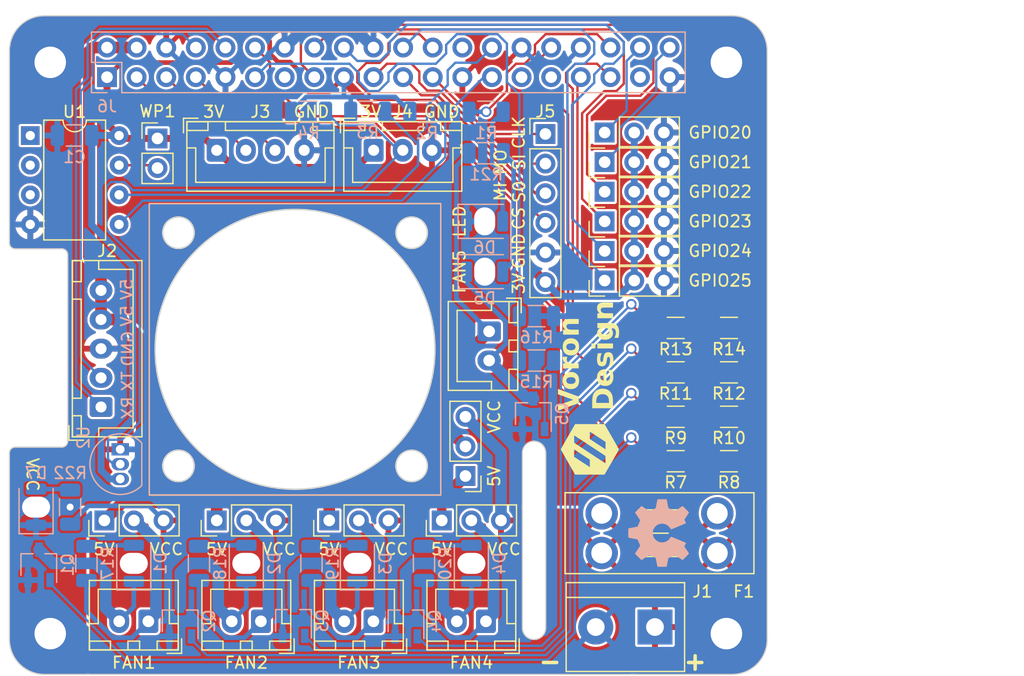
<source format=kicad_pcb>
(kicad_pcb (version 20221018) (generator pcbnew)
  (title_block (title "Klipper Fan Hat") (date "26 apr 2023") (rev "V2") (comment 1 "Created by Michael Thomas") (comment 2 "GNU General Public License v3.0"))
  (layers (0 "F.Cu" signal) (31 "B.Cu" signal) (34 "B.Paste" user) (35 "F.Paste" user) (36 "B.SilkS" user "B.Silkscreen") (37 "F.SilkS" user "F.Silkscreen") (38 "B.Mask" user) (39 "F.Mask" user) (44 "Edge.Cuts" user))
  (net 0 "")
  (net 1 "GND")
  (net 2 "/GPIO2{slash}SDA1")
  (net 3 "/GPIO3{slash}SCL1")
  (net 4 "/GPIO4{slash}GPCLK0")
  (net 5 "/GPIO14{slash}TXD0")
  (net 6 "/GPIO15{slash}RXD0")
  (net 7 "/GPIO17")
  (net 8 "/GPIO18{slash}PCM.CLK")
  (net 9 "/GPIO27")
  (net 10 "/GPIO22")
  (net 11 "/GPIO23")
  (net 12 "/GPIO24")
  (net 13 "/GPIO10{slash}SPI0.MOSI")
  (net 14 "/GPIO9{slash}SPI0.MISO")
  (net 15 "/GPIO25")
  (net 16 "/GPIO11{slash}SPI0.SCLK")
  (net 17 "/GPIO8{slash}SPI0.CE0")
  (net 18 "/GPIO7{slash}SPI0.CE1")
  (net 19 "/ID_SDA")
  (net 20 "/ID_SCL")
  (net 21 "/GPIO5")
  (net 22 "/GPIO6")
  (net 23 "/GPIO12{slash}PWM0")
  (net 24 "/GPIO13{slash}PWM1")
  (net 25 "/GPIO19{slash}PCM.FS")
  (net 26 "/GPIO16")
  (net 27 "/GPIO26")
  (net 28 "/GPIO20{slash}PCM.DIN")
  (net 29 "/GPIO21{slash}PCM.DOUT")
  (net 30 "+5V")
  (net 31 "+3V3")
  (net 35 "Net-(FAN5-Pin_1)")
  (net 36 "Net-(D5-K)")
  (net 37 "Net-(U1-WP)")
  (net 38 "Net-(FAN2-Pin_1)")
  (net 39 "Net-(FAN3-Pin_1)")
  (net 40 "Net-(FAN4-Pin_1)")
  (net 41 "Net-(D1-A)")
  (net 42 "Net-(D2-A)")
  (net 43 "Net-(D3-A)")
  (net 44 "Net-(D4-A)")
  (net 45 "VCC")
  (net 46 "Net-(D1-K)")
  (net 47 "Net-(D2-K)")
  (net 48 "Net-(D3-K)")
  (net 49 "Net-(D4-K)")
  (net 50 "Net-(Q1-G)")
  (net 51 "Net-(Q2-G)")
  (net 52 "Net-(Q3-G)")
  (net 53 "Net-(Q4-G)")
  (net 54 "Net-(D5-A)")
  (net 55 "Net-(Q5-G)")
  (net 56 "Net-(D6-A)")
  (net 57 "Net-(FAN1-Pin_1)")
  (net 58 "Net-(J1-Pin_1)")
  (net 59 "Net-(D7-A)")
  (footprint "Resistor_SMD:R_1206_3216Metric" (layer "F.Cu") (at 161.722 81.712 180)
    (fp_text reference "R8")
    (fp_text value "10k")
  )
  (footprint "Fuse:Fuseholder_Blade_Mini_Keystone_3568" (layer "F.Cu") (at 150.8 86.186)
    (fp_text reference "F1")
    (fp_text value "Fuse")
  )
  (footprint "Connector_JST:JST_XH_B5B-XH-A_1x05_P2.50mm_Vertical" (layer "F.Cu") (at 107.857 77.06 90)
    (fp_text reference "J2")
    (fp_text value "Serial")
  )
  (footprint "MountingHole:MountingHole_2.7mm_M2.5" (layer "F.Cu") (at 161.5 47.5)
    (fp_text reference "MH2" hide)
    (fp_text value "MountingHole_2.7mm_M2.5" hide)
  )
  (footprint "Connector_PinHeader_2.54mm:PinHeader_1x03_P2.54mm_Vertical" (layer "F.Cu") (at 151.054 63.678 90)
    (fp_text reference "GPIO24")
    (fp_text value "J11" hide)
  )
  (footprint "Resistor_SMD:R_1206_3216Metric" (layer "F.Cu") (at 157.15 77.902 180)
    (fp_text reference "R9")
    (fp_text value "100")
  )
  (footprint "TerminalBlock:TerminalBlock_bornier-2_P5.08mm" (layer "F.Cu") (at 155.372 95.936 180)
    (fp_text reference "J1")
    (fp_text value "Vin")
  )
  (footprint "Connector_PinHeader_2.54mm:PinHeader_1x03_P2.54mm_Vertical" (layer "F.Cu") (at 127.432 86.792 90)
    (fp_text reference "JP3" hide)
    (fp_text value "V Select")
  )
  (footprint "Connector_JST:JST_XH_B4B-XH-A_1x04_P2.50mm_Vertical" (layer "F.Cu") (at 117.78 55.042)
    (fp_text reference "J3")
    (fp_text value "I2C")
  )
  (footprint "Resistor_SMD:R_1206_3216Metric" (layer "F.Cu") (at 161.722 70.282 180)
    (fp_text reference "R14")
    (fp_text value "10k")
  )
  (footprint "Resistor_SMD:R_1206_3216Metric" (layer "F.Cu") (at 161.722 74.092 180)
    (fp_text reference "R12")
    (fp_text value "10k")
  )
  (footprint "Connector_PinHeader_2.54mm:PinHeader_1x03_P2.54mm_Vertical" (layer "F.Cu") (at 139.116 82.982 180)
    (fp_text reference "JP5" hide)
    (fp_text value "V Select")
  )
  (footprint "Connector_PinHeader_2.54mm:PinHeader_1x03_P2.54mm_Vertical" (layer "F.Cu") (at 151.054 61.138 90)
    (fp_text reference "GPIO23")
    (fp_text value "J10" hide)
  )
  (footprint "Connector_PinHeader_2.54mm:PinHeader_1x02_P2.54mm_Vertical" (layer "F.Cu") (at 112.7 54.026)
    (fp_text reference "WP1")
    (fp_text value "ID_WP")
  )
  (footprint "Connector_JST:JST_XH_B2B-XH-A_1x02_P2.50mm_Vertical" (layer "F.Cu") (at 141.148 70.576 -90)
    (fp_text reference "FAN5")
    (fp_text value "Conn_01x02")
  )
  (footprint "Connector_PinHeader_2.54mm:PinHeader_1x03_P2.54mm_Vertical" (layer "F.Cu") (at 151.054 66.218 90)
    (fp_text reference "GPIO25")
    (fp_text value "J12" hide)
  )
  (footprint "Connector_PinHeader_2.54mm:PinHeader_1x03_P2.54mm_Vertical" (layer "F.Cu") (at 117.78 86.792 90)
    (fp_text reference "JP2" hide)
    (fp_text value "V Select")
  )
  (footprint "MountingHole:MountingHole_2.7mm_M2.5" (layer "F.Cu") (at 103.5 96.5)
    (fp_text reference "MH3" hide)
    (fp_text value "MountingHole_2.7mm_M2.5" hide)
  )
  (footprint "MountingHole:MountingHole_2.7mm_M2.5" (layer "F.Cu") (at 103.5 47.5)
    (fp_text reference "MH1" hide)
    (fp_text value "MountingHole_2.7mm_M2.5" hide)
  )
  (footprint "Connector_JST:JST_XH_B2B-XH-A_1x02_P2.50mm_Vertical" (layer "F.Cu") (at 111.918 95.445 180)
    (fp_text reference "FAN1")
    (fp_text value "Conn_01x02")
  )
  (footprint "Connector_PinHeader_2.54mm:PinHeader_1x03_P2.54mm_Vertical" (layer "F.Cu") (at 108.143 86.792 90)
    (fp_text reference "JP1" hide)
    (fp_text value "V Select")
  )
  (footprint "Connector_JST:JST_XH_B3B-XH-A_1x03_P2.50mm_Vertical" (layer "F.Cu") (at 131.242 55.042)
    (fp_text reference "J4")
    (fp_text value "1 Wire")
  )
  (footprint "Connector_PinHeader_2.54mm:PinHeader_1x03_P2.54mm_Vertical" (layer "F.Cu") (at 151.054 56.058 90)
    (fp_text reference "GPIO21")
    (fp_text value "J8" hide)
  )
  (footprint "Package_DIP:DIP-8_W7.62mm" (layer "F.Cu") (at 101.788 53.782)
    (fp_text reference "U1")
    (fp_text value "CAT24C256")
  )
  (footprint "MountingHole:MountingHole_2.7mm_M2.5" (layer "F.Cu") (at 161.5 96.5)
    (fp_text reference "MH4" hide)
    (fp_text value "MountingHole_2.7mm_M2.5" hide)
  )
  (footprint "Resistor_SMD:R_1206_3216Metric" (layer "F.Cu") (at 161.722 77.902 180)
    (fp_text reference "R10")
    (fp_text value "10k")
  )
  (footprint "LOGO" (layer "F.Cu") (at 149.784 80.696 90)
    (fp_text reference "G***" hide)
    (fp_text value "LOGO" hide)
  )
  (footprint "Connector_PinHeader_2.54mm:PinHeader_1x03_P2.54mm_Vertical" (layer "F.Cu") (at 137.084 86.792 90)
    (fp_text reference "JP4" hide)
    (fp_text value "V Select")
  )
  (footprint "Connector_JST:JST_XH_B2B-XH-A_1x02_P2.50mm_Vertical" (layer "F.Cu") (at 121.57 95.445 180)
    (fp_text reference "FAN2")
    (fp_text value "Conn_01x02")
  )
  (footprint "Connector_PinHeader_2.54mm:PinHeader_1x06_P2.54mm_Vertical" (layer "F.Cu") (at 145.974 53.645)
    (fp_text reference "J5")
    (fp_text value "SPI")
  )
  (footprint "Connector_JST:JST_XH_B2B-XH-A_1x02_P2.50mm_Vertical" (layer "F.Cu") (at 131.222 95.445 180)
    (fp_text reference "FAN3")
    (fp_text value "Conn_01x02")
  )
  (footprint "Connector_PinHeader_2.54mm:PinHeader_1x03_P2.54mm_Vertical" (layer "F.Cu") (at 151.054 53.518 90)
    (fp_text reference "GPIO20")
    (fp_text value "J7" hide)
  )
  (footprint "Resistor_SMD:R_1206_3216Metric" (layer "F.Cu") (at 157.15 70.282 180)
    (fp_text reference "R13")
    (fp_text value "100")
  )
  (footprint "Resistor_SMD:R_1206_3216Metric" (layer "F.Cu") (at 157.15 74.092 180)
    (fp_text reference "R11")
    (fp_text value "100")
  )
  (footprint "Resistor_SMD:R_1206_3216Metric" (layer "F.Cu") (at 157.15 81.712 180)
    (fp_text reference "R7")
    (fp_text value "100")
  )
  (footprint "Connector_JST:JST_XH_B2B-XH-A_1x02_P2.50mm_Vertical" (layer "F.Cu") (at 140.874 95.445 180)
    (fp_text reference "FAN4")
    (fp_text value "Conn_01x02")
  )
  (footprint "Connector_PinHeader_2.54mm:PinHeader_1x03_P2.54mm_Vertical" (layer "F.Cu") (at 151.054 58.598 90)
    (fp_text reference "GPIO22")
    (fp_text value "J9" hide)
  )
  (footprint "Connector_PinSocket_2.54mm:PinSocket_2x20_P2.54mm_Vertical" (layer "B.Cu") (at 108.37 48.77 -90)
    (fp_text reference "J6")
    (fp_text value "GPIO")
  )
  (footprint "Package_TO_SOT_SMD:TSOT-23" (layer "B.Cu") (at 102.54 90.602 90)
    (fp_text reference "Q1")
    (fp_text value "IRLML6344")
  )
  (footprint "Resistor_SMD:R_1206_3216Metric" (layer "B.Cu") (at 140.894 51.74)
    (fp_text reference "R1")
    (fp_text value "1k")
  )
  (footprint "LED_SMD:LED_1206_3216Metric_ReverseMount_Hole1.8x2.4mm" (layer "B.Cu") (at 110.668 90.475 90)
    (fp_text reference "D1")
    (fp_text value "LED")
  )
  (footprint "LOGO" (layer "B.Cu") (at 155.76 87.886 -90)
    (fp_text reference "G***" hide)
    (fp_text value "LOGO" hide)
  )
  (footprint "Resistor_SMD:R_1206_3216Metric" (layer "B.Cu") (at 105.207 85.649 90)
    (fp_text reference "R22")
    (fp_text value "4.7k")
  )
  (footprint "Package_TO_SOT_THT:TO-92_Inline" (layer "B.Cu") (at 109.504 80.696 -90)
    (fp_text reference "U2")
    (fp_text value "DS18B20")
  )
  (footprint "LED_SMD:LED_1206_3216Metric_ReverseMount_Hole1.8x2.4mm" (layer "B.Cu") (at 139.624 90.475 90)
    (fp_text reference "D4")
    (fp_text value "LED")
  )
  (footprint "Resistor_SMD:R_1206_3216Metric" (layer "B.Cu") (at 116.256 90.475 90)
    (fp_text reference "R18")
    (fp_text value "4.7k")
  )
  (footprint "Resistor_SMD:R_1206_3216Metric" (layer "B.Cu") (at 106.604 90.475 90)
    (fp_text reference "R17")
    (fp_text value "4.7k")
  )
  (footprint "Resistor_SMD:R_1206_3216Metric" (layer "B.Cu") (at 125.654 51.74)
    (fp_text reference "R4")
    (fp_text value "4.7k")
  )
  (footprint "LED_SMD:LED_1206_3216Metric_ReverseMount_Hole1.8x2.4mm" (layer "B.Cu") (at 120.32 90.475 90)
    (fp_text reference "D2")
    (fp_text value "LED")
  )
  (footprint "Package_TO_SOT_SMD:TSOT-23" (layer "B.Cu") (at 124.384 95.388 90)
    (fp_text reference "Q3")
    (fp_text value "IRLML6344")
  )
  (footprint "Resistor_SMD:R_1206_3216Metric" (layer "B.Cu") (at 145.212 69.266)
    (fp_text reference "R16")
    (fp_text value "10k")
  )
  (footprint "Capacitor_SMD:C_1206_3216Metric" (layer "B.Cu") (at 105.588 53.772)
    (fp_text reference "C1")
    (fp_text value "100n")
  )
  (footprint "LED_SMD:LED_1206_3216Metric_ReverseMount_Hole1.8x2.4mm" (layer "B.Cu") (at 140.767 61.138)
    (fp_text reference "D6")
    (fp_text value "LED")
  )
  (footprint "Package_TO_SOT_SMD:TSOT-23" (layer "B.Cu") (at 144.958 77.648 90)
    (fp_text reference "Q5")
    (fp_text value "IRLML6344")
  )
  (footprint "Resistor_SMD:R_1206_3216Metric" (layer "B.Cu") (at 135.56 90.475 90)
    (fp_text reference "R20")
    (fp_text value "4.7k")
  )
  (footprint "Package_TO_SOT_SMD:TSOT-23" (layer "B.Cu") (at 134.036 95.428 90)
    (fp_text reference "Q4")
    (fp_text value "IRLML6344")
  )
  (footprint "Package_TO_SOT_SMD:TSOT-23" (layer "B.Cu") (at 114.666 95.428 90)
    (fp_text reference "Q2")
    (fp_text value "IRLML6344")
  )
  (footprint "Resistor_SMD:R_1206_3216Metric" (layer "B.Cu") (at 125.908 90.475 90)
    (fp_text reference "R19")
    (fp_text value "4.7k")
  )
  (footprint "Resistor_SMD:R_1206_3216Metric" (layer "B.Cu") (at 145.212 73.076)
    (fp_text reference "R15")
    (fp_text value "100")
  )
  (footprint "LED_SMD:LED_1206_3216Metric_ReverseMount_Hole1.8x2.4mm" (layer "B.Cu") (at 140.767 65.456)
    (fp_text reference "D5")
    (fp_text value "LED")
  )
  (footprint "LED_SMD:LED_1206_3216Metric_ReverseMount_Hole1.8x2.4mm" (layer "B.Cu") (at 102.286 85.649 90)
    (fp_text reference "D7")
    (fp_text value "LED")
  )
  (footprint "Resistor_SMD:R_1206_3216Metric" (layer "B.Cu") (at 140.894 55.296)
    (fp_text reference "R21")
    (fp_text value "4.7k")
  )
  (footprint "Resistor_SMD:R_1206_3216Metric" (layer "B.Cu") (at 130.734 51.74)
    (fp_text reference "R3")
    (fp_text value "3.9k")
  )
  (footprint "Resistor_SMD:R_1206_3216Metric" (layer "B.Cu") (at 135.814 51.74)
    (fp_text reference "R2")
    (fp_text value "3.9k")
  )
  (footprint "LED_SMD:LED_1206_3216Metric_ReverseMount_Hole1.8x2.4mm" (layer "B.Cu") (at 129.845 90.475 90)
    (fp_text reference "D3")
    (fp_text value "LED")
  )
  (gr_rect (start 112 59.614) (end 137 84.614) (stroke (width 0.12)) (fill none) (layer "B.SilkS"))
  (gr_rect (start 112 59.614) (end 112 59.614) (stroke (width 0.12)) (fill none) (layer "F.SilkS"))
  (gr_rect (start 112 59.614) (end 137 84.614) (stroke (width 0.12)) (fill none) (layer "F.SilkS"))
  (gr_line (start 162 43.5) (end 103 43.5) (stroke (width 0.1)) (layer "Edge.Cuts"))
  (gr_arc (start 100.5 63.5) (mid 100.146447 63.353553) (end 100 63) (stroke (width 0.1)) (layer "Edge.Cuts"))
  (gr_line (start 165 97) (end 165 46.5) (stroke (width 0.1)) (layer "Edge.Cuts"))
  (gr_line (start 100 46.5) (end 100 63) (stroke (width 0.1)) (layer "Edge.Cuts"))
  (gr_arc (start 100 46.5) (mid 100.87868 44.37868) (end 103 43.5) (stroke (width 0.1)) (layer "Edge.Cuts"))
  (gr_arc (start 162 43.5) (mid 164.12132 44.37868) (end 165 46.5) (stroke (width 0.1)) (layer "Edge.Cuts"))
  (gr_circle (center 134.5 82.114) (end 135.85 82.114) (stroke (width 0.12)) (fill none) (layer "Edge.Cuts"))
  (gr_circle (center 134.5 62.114) (end 135.85 62.114) (stroke (width 0.12)) (fill none) (layer "Edge.Cuts"))
  (gr_circle (center 114.5 82.114) (end 115.85 82.114) (stroke (width 0.12)) (fill none) (layer "Edge.Cuts"))
  (gr_line (start 146 81) (end 146 96) (stroke (width 0.1)) (layer "Edge.Cuts"))
  (gr_line (start 144 96) (end 144 81) (stroke (width 0.1)) (layer "Edge.Cuts"))
  (gr_arc (start 103 100) (mid 100.87868 99.12132) (end 100 97) (stroke (width 0.1)) (layer "Edge.Cuts"))
  (gr_line (start 103 100) (end 162 100) (stroke (width 0.1)) (layer "Edge.Cuts"))
  (gr_line (start 104.5 80.5) (end 100.499127 80.500001) (stroke (width 0.1)) (layer "Edge.Cuts"))
  (gr_arc (start 144 81) (mid 145 80) (end 146 81) (stroke (width 0.1)) (layer "Edge.Cuts"))
  (gr_arc (start 100 81) (mid 100.146138 80.646755) (end 100.499127 80.500001) (stroke (width 0.1)) (layer "Edge.Cuts"))
  (gr_arc (start 165 97) (mid 164.12132 99.12132) (end 162 100) (stroke (width 0.1)) (layer "Edge.Cuts"))
  (gr_line (start 105 64) (end 105 80) (stroke (width 0.1)) (layer "Edge.Cuts"))
  (gr_arc (start 146 96) (mid 145 97) (end 144 96) (stroke (width 0.1)) (layer "Edge.Cuts"))
  (gr_line (start 100 81) (end 100 97) (stroke (width 0.1)) (layer "Edge.Cuts"))
  (gr_circle (center 124.5 72.114) (end 136.5 72.114) (stroke (width 0.12)) (fill none) (layer "Edge.Cuts"))
  (gr_line (start 100.5 63.5) (end 104.5 63.5) (stroke (width 0.1)) (layer "Edge.Cuts"))
  (gr_arc (start 105 80) (mid 104.853553 80.353553) (end 104.5 80.5) (stroke (width 0.1)) (layer "Edge.Cuts"))
  (gr_arc (start 104.5 63.5) (mid 104.853553 63.646447) (end 105 64) (stroke (width 0.1)) (layer "Edge.Cuts"))
  (gr_circle (center 114.5 62.114) (end 115.85 62.114) (stroke (width 0.12)) (fill none) (layer "Edge.Cuts"))
  (gr_text "TX" (at 110.16 74.854 90) (layer "B.SilkS") (effects (font (size 1 1)) (justify mirror)))
  (gr_text "RX" (at 110.16 77.14 90) (layer "B.SilkS") (effects (font (size 1 1)) (justify mirror)))
  (gr_text "GND" (at 110.16 72.06 90) (layer "B.SilkS") (effects (font (size 1 1)) (justify mirror)))
  (gr_text "5V" (at 110.668 68.25 90) (layer "B.SilkS") (effects (font (size 1 1)) (justify left bottom mirror)))
  (gr_text "5V" (at 110.668 65.964 90) (layer "B.SilkS") (effects (font (size 1 1)) (justify left bottom mirror)))
  (gr_text "MI\nS0" (at 142.926 58.598 90) (layer "F.SilkS") (effects (font (size 1 1))))
  (gr_text "VCC" (at 140.894 89.84) (layer "F.SilkS") (effects (font (size 1 1)) (justify left bottom)))
  (gr_text "5V" (at 107.112 89.84) (layer "F.SilkS") (effects (font (size 1 1)) (justify left bottom)))
  (gr_text "-" (at 147.498 99.746) (layer "F.SilkS") (effects (font (size 1.5 1.5) (thickness 0.3) bold) (justify left bottom mirror)))
  (gr_text "GND" (at 125.908 51.74) (layer "F.SilkS") (effects (font (size 1 1))))
  (gr_text "VCC" (at 111.938 89.84) (layer "F.SilkS") (effects (font (size 1 1)) (justify left bottom)))
  (gr_text "LED" (at 138.608 61.138 90) (layer "F.SilkS") (effects (font (size 1 1))))
  (gr_text "3V" (at 143.688 66.472 90) (layer "F.SilkS") (effects (font (size 1 1))))
  (gr_text "+" (at 159.944 99.746) (layer "F.SilkS") (effects (font (size 1.5 1.5) (thickness 0.3) bold) (justify left bottom mirror)))
  (gr_text "3V" (at 130.988 51.74) (layer "F.SilkS") (effects (font (size 1 1))))
  (gr_text "MO\nSI" (at 142.926 56.058 90) (layer "F.SilkS") (effects (font (size 1 1))))
  (gr_text "VCC" (at 142.164 79.426 90) (layer "F.SilkS") (effects (font (size 1 1)) (justify left bottom)))
  (gr_text "5V" (at 126.416 89.84) (layer "F.SilkS") (effects (font (size 1 1)) (justify left bottom)))
  (gr_text "VCC" (at 101.397 81.331 -90) (layer "F.SilkS") (effects (font (size 1 1)) (justify left bottom)))
  (gr_text "CS" (at 143.688 60.884 90) (layer "F.SilkS") (effects (font (size 1 1))))
  (gr_text "5V" (at 142.164 83.998 90) (layer "F.SilkS") (effects (font (size 1 1)) (justify left bottom)))
  (gr_text "3V" (at 117.526 51.74) (layer "F.SilkS") (effects (font (size 1 1))))
  (gr_text "GND" (at 137.084 51.74) (layer "F.SilkS") (effects (font (size 1 1))))
  (gr_text "5V" (at 116.764 89.84) (layer "F.SilkS") (effects (font (size 1 1)) (justify left bottom)))
  (gr_text "VCC" (at 131.242 89.84) (layer "F.SilkS") (effects (font (size 1 1)) (justify left bottom)))
  (gr_text "CLK" (at 143.688 53.518 90) (layer "F.SilkS") (effects (font (size 1 1))))
  (gr_text "VCC" (at 121.59 89.84) (layer "F.SilkS") (effects (font (size 1 1)) (justify left bottom)))
  (gr_text "Voron\nDesign" (at 152.07 77.394 90) (layer "F.SilkS") (effects (font (size 1.75 1.75) (thickness 0.25) bold) (justify left bottom)))
  (gr_text "GND" (at 143.688 63.678 90) (layer "F.SilkS") (effects (font (size 1 1))))
  (gr_text "5V" (at 136.068 89.84) (layer "F.SilkS") (effects (font (size 1 1)) (justify left bottom)))
  (segment (start 140.14 47.48) (end 142.68 47.48) (width 0.4) (layer "F.Cu") (net 1))
  (segment (start 123.61 45.027919) (end 122.956081 44.374) (width 0.4) (layer "F.Cu") (net 1))
  (segment (start 138.85 48.77) (end 140.14 47.48) (width 0.4) (layer "F.Cu") (net 1))
  (segment (start 122.956081 44.374) (end 115.306 44.374) (width 0.4) (layer "F.Cu") (net 1))
  (segment (start 142.68 47.48) (end 143.93 46.23) (width 0.4) (layer "F.Cu") (net 1))
  (segment (start 115.306 44.374) (end 113.45 46.23) (width 0.4) (layer "F.Cu") (net 1))
  (segment (start 123.61 46.23) (end 123.61 45.027919) (width 0.4) (layer "F.Cu") (net 1))
  (via (at 105.207 85.649) (size 0.9) (drill 0.6) (layers "F.Cu" "B.Cu") (net 1))
  (segment (start 143.93 46.23) (end 145.22 47.52) (width 0.4) (layer "B.Cu") (net 1))
  (segment (start 114.7 47.48) (end 117.24 47.48) (width 0.4) (layer "B.Cu") (net 1))
  (segment (start 131.23 46.23) (end 129.68 44.68) (width 1) (layer "B.Cu") (net 1))
  (segment (start 145.22 47.52) (end 147.72 47.52) (width 0.4) (layer "B.Cu") (net 1))
  (segment (start 129.68 44.68) (end 125.16 44.68) (width 1) (layer "B.Cu") (net 1))
  (segment (start 122.837767 46.23) (end 123.61 46.23) (width 0.4) (layer "B.Cu") (net 1))
  (segment (start 117.24 47.48) (end 118.53 48.77) (width 0.4) (layer "B.Cu") (net 1))
  (segment (start 118.53 48.77) (end 119.82 47.48) (width 0.4) (layer "B.Cu") (net 1))
  (segment (start 125.16 44.68) (end 123.61 46.23) (width 1) (layer "B.Cu") (net 1))
  (segment (start 121.587767 47.48) (end 122.837767 46.23) (width 0.4) (layer "B.Cu") (net 1))
  (segment (start 147.72 47.52) (end 149.01 46.23) (width 0.4) (layer "B.Cu") (net 1))
  (segment (start 113.45 46.23) (end 114.7 47.48) (width 0.4) (layer "B.Cu") (net 1))
  (segment (start 119.82 47.48) (end 121.587767 47.48) (width 0.4) (layer "B.Cu") (net 1))
  (segment (start 118.664 53.426) (end 120.28 55.042) (width 0.2) (layer "F.Cu") (net 2))
  (segment (start 110.91 48.77) (end 115.566 53.426) (width 0.2) (layer "F.Cu") (net 2))
  (segment (start 115.566 53.426) (end 118.664 53.426) (width 0.2) (layer "F.Cu") (net 2))
  (segment (start 117.706 53.026) (end 120.764 53.026) (width 0.2) (layer "F.Cu") (net 3))
  (segment (start 120.764 53.026) (end 122.78 55.042) (width 0.2) (layer "F.Cu") (net 3))
  (segment (start 113.45 48.77) (end 117.706 53.026) (width 0.2) (layer "F.Cu") (net 3))
  (segment (start 115.99 48.77) (end 119.846 52.626) (width 0.2) (layer "F.Cu") (net 4))
  (segment (start 131.326 52.626) (end 133.742 55.042) (width 0.2) (layer "F.Cu") (net 4))
  (segment (start 119.846 52.626) (end 131.326 52.626) (width 0.2) (layer "F.Cu") (net 4))
  (segment (start 128.2915 52.915) (end 127.1165 51.74) (width 0.2) (layer "B.Cu") (net 4))
  (segment (start 130.322 58.462) (end 133.742 55.042) (width 0.2) (layer "B.Cu") (net 4))
  (segment (start 133.742 55.042) (end 133.344817 55.042) (width 0.2) (layer "B.Cu") (net 4))
  (segment (start 108.454 79.871) (end 109.652 79.871) (width 0.2) (layer "B.Cu") (net 4))
  (segment (start 131.217817 52.915) (end 128.2915 52.915) (width 0.2) (layer "B.Cu") (net 4))
  (segment (start 108.308 61.857635) (end 108.308 58.164) (width 0.2) (layer "B.Cu") (net 4))
  (segment (start 108.308 58.164) (end 108.71 57.762) (width 0.2) (layer "B.Cu") (net 4))
  (segment (start 110.563635 58.462) (end 130.322 58.462) (width 0.2) (layer "B.Cu") (net 4))
  (segment (start 111.176 78.347) (end 111.176 64.725636) (width 0.2) (layer "B.Cu") (net 4))
  (segment (start 108.454 81.521) (end 108.454 79.871) (width 0.2) (layer "B.Cu") (net 4))
  (segment (start 108.71 57.762) (end 109.863635 57.762) (width 0.2) (layer "B.Cu") (net 4))
  (segment (start 133.344817 55.042) (end 131.217817 52.915) (width 0.2) (layer "B.Cu") (net 4))
  (segment (start 109.652 79.871) (end 111.176 78.347) (width 0.2) (layer "B.Cu") (net 4))
  (segment (start 109.504 81.966) (end 108.899 81.966) (width 0.2) (layer "B.Cu") (net 4))
  (segment (start 111.176 64.725636) (end 108.308 61.857635) (width 0.2) (layer "B.Cu") (net 4))
  (segment (start 108.899 81.966) (end 108.454 81.521) (width 0.2) (layer "B.Cu") (net 4))
  (segment (start 109.863635 57.762) (end 110.563635 58.462) (width 0.2) (layer "B.Cu") (net 4))
  (segment (start 107.893654 45.08) (end 114.84 45.08) (width 0.2) (layer "B.Cu") (net 5))
  (segment (start 106.115 49.981686) (end 107.112 48.984686) (width 0.2) (layer "B.Cu") (net 5))
  (segment (start 114.84 45.08) (end 115.99 46.23) (width 0.2) (layer "B.Cu") (net 5))
  (segment (start 106.115 72.818) (end 106.115 49.981686) (width 0.2) (layer "B.Cu") (net 5))
  (segment (start 107.112 48.984686) (end 107.112 45.861654) (width 0.2) (layer "B.Cu") (net 5))
  (segment (start 107.112 45.861654) (end 107.893654 45.08) (width 0.2) (layer "B.Cu") (net 5))
  (segment (start 107.857 74.56) (end 106.115 72.818) (width 0.2) (layer "B.Cu") (net 5))
  (segment (start 105.715 49.816) (end 106.712 48.819) (width 0.2) (layer "B.Cu") (net 6))
  (segment (start 107.779969 44.628) (end 116.928 44.628) (width 0.2) (layer "B.Cu") (net 6))
  (segment (start 107.857 77.06) (end 105.715 74.918) (width 0.2) (layer "B.Cu") (net 6))
  (segment (start 105.715 74.918) (end 105.715 49.816) (width 0.2) (layer "B.Cu") (net 6))
  (segment (start 106.712 48.819) (end 106.712 45.695969) (width 0.2) (layer "B.Cu") (net 6))
  (segment (start 116.928 44.628) (end 118.53 46.23) (width 0.2) (layer "B.Cu") (net 6))
  (segment (start 106.712 45.695969) (end 107.779969 44.628) (width 0.2) (layer "B.Cu") (net 6))
  (segment (start 132.512 49.114346) (end 132.512 48.401654) (width 0.2) (layer "B.Cu") (net 7))
  (segment (start 143.7495 50.2775) (end 143.7495 69.266) (width 0.2) (layer "B.Cu") (net 7))
  (segment (start 138.373654 45.08) (end 141.866346 45.08) (width 0.2) (layer "B.Cu") (net 7))
  (segment (start 142.672 45.885654) (end 142.672 49.2) (width 0.2) (layer "B.Cu") (net 7))
  (segment (start 136.576 47.62) (end 137.46 46.736) (width 0.2) (layer "B.Cu") (net 7))
  (segment (start 143.7495 69.266) (end 143.7495 73.076) (width 0.2) (layer "B.Cu") (net 7))
  (segment (start 122.22 47.62) (end 129.166346 47.62) (width 0.2) (layer "B.Cu") (net 7))
  (segment (start 132.512 48.401654) (end 133.293654 47.62) (width 0.2) (layer "B.Cu") (net 7))
  (segment (start 121.07 48.77) (end 122.22 47.62) (width 0.2) (layer "B.Cu") (net 7))
  (segment (start 131.664346 49.962) (end 132.512 49.114346) (width 0.2) (layer "B.Cu") (net 7))
  (segment (start 129.972 48.425654) (end 129.972 49.141346) (width 0.2) (layer "B.Cu") (net 7))
  (segment (start 130.792654 49.962) (end 131.664346 49.962) (width 0.2) (layer "B.Cu") (net 7))
  (segment (start 137.46 45.993654) (end 138.373654 45.08) (width 0.2) (layer "B.Cu") (net 7))
  (segment (start 133.293654 47.62) (end 136.576 47.62) (width 0.2) (layer "B.Cu") (net 7))
  (segment (start 129.972 49.141346) (end 130.792654 49.962) (width 0.2) (layer "B.Cu") (net 7))
  (segment (start 142.672 49.2) (end 143.7495 50.2775) (width 0.2) (layer "B.Cu") (net 7))
  (segment (start 141.866346 45.08) (end 142.672 45.885654) (width 0.2) (layer "B.Cu") (net 7))
  (segment (start 137.46 46.736) (end 137.46 45.993654) (width 0.2) (layer "B.Cu") (net 7))
  (segment (start 129.166346 47.62) (end 129.972 48.425654) (width 0.2) (layer "B.Cu") (net 7))
  (segment (start 125.272 52.12) (end 122.352 49.2) (width 0.2) (layer "F.Cu") (net 8))
  (segment (start 157.404 81.712) (end 154.61 78.918) (width 0.2) (layer "F.Cu") (net 8))
  (segment (start 160.2595 81.712) (end 158.6125 81.712) (width 0.4) (layer "F.Cu") (net 8))
  (segment (start 122.352 49.2) (end 122.352 47.512) (width 0.2) (layer "F.Cu") (net 8))
  (segment (start 143.275157 59.460743) (end 135.934414 52.12) (width 0.2) (layer "F.Cu") (net 8))
  (segment (start 154.61 78.918) (end 151.308 78.918) (width 0.2) (layer "F.Cu") (net 8))
  (segment (start 135.934414 52.12) (end 125.272 52.12) (width 0.2) (layer "F.Cu") (net 8))
  (segment (start 122.352 47.512) (end 121.07 46.23) (width 0.2) (layer "F.Cu") (net 8))
  (segment (start 147.5234 75.1334) (end 147.5234 69.520746) (width 0.2) (layer "F.Cu") (net 8))
  (segment (start 151.308 78.918) (end 147.5234 75.1334) (width 0.2) (layer "F.Cu") (net 8))
  (segment (start 143.275157 65.272503) (end 143.275157 59.460743) (width 0.2) (layer "F.Cu") (net 8))
  (segment (start 147.5234 69.520746) (end 143.275157 65.272503) (width 0.2) (layer "F.Cu") (net 8))
  (segment (start 158.6125 81.712) (end 157.404 81.712) (width 0.2) (layer "F.Cu") (net 8))
  (segment (start 126.15 48.77) (end 125 47.62) (width 0.2) (layer "F.Cu") (net 10))
  (segment (start 149.54767 52.01167) (end 149.54767 57.09167) (width 0.2) (layer "F.Cu") (net 10))
  (segment (start 128.702 44.28) (end 153.766346 44.28) (width 0.2) (layer "F.Cu") (net 10))
  (segment (start 154.124346 50.362) (end 151.19734 50.362) (width 0.2) (layer "F.Cu") (net 10))
  (segment (start 155.24 49.246346) (end 154.567173 49.919173) (width 0.2) (layer "F.Cu") (net 10))
  (segment (start 153.766346 44.28) (end 155.24 45.753654) (width 0.2) (layer "F.Cu") (net 10))
  (segment (start 151.19734 50.362) (end 149.54767 52.01167) (width 0.2) (layer "F.Cu") (net 10))
  (segment (start 125 47.62) (end 125 45.282) (width 0.2) (layer "F.Cu") (net 10))
  (segment (start 126.002 44.28) (end 128.702 44.28) (width 0.2) (layer "F.Cu") (net 10))
  (segment (start 154.567173 49.919173) (end 154.124346 50.362) (width 0.2) (layer "F.Cu") (net 10))
  (segment (start 155.24 45.753654) (end 155.24 49.246346) (width 0.2) (layer "F.Cu") (net 10))
  (segment (start 125 45.282) (end 126.002 44.28) (width 0.2) (layer "F.Cu") (net 10))
  (segment (start 149.54767 57.09167) (end 151.054 58.598) (width 0.2) (layer "F.Cu") (net 10))
  (segment (start 152.7 45.753654) (end 151.626346 44.68) (width 0.2) (layer "F.Cu") (net 11))
  (segment (start 149.1234 59.2074) (end 149.1234 51.870254) (width 0.2) (layer "F.Cu") (net 11))
  (segment (start 151.054 61.138) (end 149.1234 59.2074) (width 0.2) (layer "F.Cu") (net 11))
  (segment (start 149.1234 51.870254) (end 151.031654 49.962) (width 0.2) (layer "F.Cu") (net 11))
  (segment (start 151.031654 49.962) (end 152.07 49.962) (width 0.2) (layer "F.Cu") (net 11))
  (segment (start 127.7 44.68) (end 126.15 46.23) (width 0.2) (layer "F.Cu") (net 11))
  (segment (start 151.626346 44.68) (end 127.7 44.68) (width 0.2) (layer "F.Cu") (net 11))
  (segment (start 152.7 49.332) (end 152.7 45.753654) (width 0.2) (layer "F.Cu") (net 11))
  (segment (start 152.07 49.962) (end 152.7 49.332) (width 0.2) (layer "F.Cu") (net 11))
  (segment (start 151.054 63.678) (end 148.26 60.884) (width 0.2) (layer "B.Cu") (net 12))
  (segment (start 152.7 46.736) (end 151.816 47.62) (width 0.2) (layer "B.Cu") (net 12))
  (segment (start 152.7 45.753654) (end 152.7 46.736) (width 0.2) (layer "B.Cu") (net 12))
  (segment (start 148.26 51.146346) (end 150.16 49.246346) (width 0.2) (layer "B.Cu") (net 12))
  (segment (start 151.226346 44.28) (end 152.7 45.753654) (width 0.2) (layer "B.Cu") (net 12))
  (segment (start 134.093654 44.28) (end 151.226346 44.28) (width 0.2) (layer "B.Cu") (net 12))
  (segment (start 129.84 47.38) (end 131.792 47.38) (width 0.2) (layer "B.Cu") (net 12))
  (segment (start 132.62 45.753654) (end 134.093654 44.28) (width 0.2) (layer "B.Cu") (net 12))
  (segment (start 132.62 46.552) (end 132.62 45.753654) (width 0.2) (layer "B.Cu") (net 12))
  (segment (start 151.073654 47.62) (end 150.16 48.533654) (width 0.2) (layer "B.Cu") (net 12))
  (segment (start 131.792 47.38) (end 132.62 46.552) (width 0.2) (layer "B.Cu") (net 12))
  (segment (start 151.816 47.62) (end 151.073654 47.62) (width 0.2) (layer "B.Cu") (net 12))
  (segment (start 128.69 46.23) (end 129.84 47.38) (width 0.2) (layer "B.Cu") (net 12))
  (segment (start 148.26 60.884) (end 148.26 51.146346) (width 0.2) (layer "B.Cu") (net 12))
  (segment (start 150.16 49.246346) (end 150.16 48.533654) (width 0.2) (layer "B.Cu") (net 12))
  (segment (start 135.16 49.246346) (end 135.833654 49.92) (width 0.2) (layer "F.Cu") (net 13))
  (segment (start 143.159314 56.185) (end 145.974 56.185) (width 0.2) (layer "F.Cu") (net 13))
  (segment (start 136.894314 49.92) (end 143.159314 56.185) (width 0.2) (layer "F.Cu") (net 13))
  (segment (start 135.833654 49.92) (end 136.894314 49.92) (width 0.2) (layer "F.Cu") (net 13))
  (segment (start 135.16 48.293654) (end 135.16 49.246346) (width 0.2) (layer "F.Cu") (net 13))
  (segment (start 132.38 47.62) (end 134.486346 47.62) (width 0.2) (layer "F.Cu") (net 13))
  (segment (start 131.23 48.77) (end 132.38 47.62) (width 0.2) (layer "F.Cu") (net 13))
  (segment (start 134.486346 47.62) (end 135.16 48.293654) (width 0.2) (layer "F.Cu") (net 13))
  (segment (start 145.974 58.725) (end 145.085 58.725) (width 0.2) (layer "F.Cu") (net 14))
  (segment (start 136.68 50.32) (end 135.32 50.32) (width 0.2) (layer "F.Cu") (net 14))
  (segment (start 135.32 50.32) (end 136.728628 50.32) (width 0.2) (layer "F.Cu") (net 14))
  (segment (start 135.32 50.32) (end 133.77 48.77) (width 0.2) (layer "F.Cu") (net 14))
  (segment (start 142.291 55.931) (end 136.68 50.32) (width 0.2) (layer "F.Cu") (net 14))
  (segment (start 136.728628 50.32) (end 145.133629 58.725) (width 0.2) (layer "F.Cu") (net 14))
  (segment (start 145.085 58.725) (end 142.291 55.931) (width 0.2) (layer "F.Cu") (net 14))
  (segment (start 148.533654 47.62) (end 147.86 48.293654) (width 0.2) (layer "B.Cu") (net 15))
  (segment (start 149.332 47.62) (end 148.533654 47.62) (width 0.2) (layer "B.Cu") (net 15))
  (segment (start 147.86 48.293654) (end 147.86 62.784) (width 0.2) (layer "B.Cu") (net 15))
  (segment (start 135.32 44.68) (end 149.086346 44.68) (width 0.2) (layer "B.Cu") (net 15))
  (segment (start 151.054 65.978) (end 151.054 66.218) (width 0.2) (layer "B.Cu") (net 15))
  (segment (start 150.16 45.753654) (end 150.16 46.792) (width 0.2) (layer "B.Cu") (net 15))
  (segment (start 150.16 46.792) (end 149.332 47.62) (width 0.2) (layer "B.Cu") (net 15))
  (segment (start 147.86 62.784) (end 151.054 65.978) (width 0.2) (layer "B.Cu") (net 15))
  (segment (start 149.086346 44.68) (end 150.16 45.753654) (width 0.2) (layer "B.Cu") (net 15))
  (segment (start 133.77 46.23) (end 135.32 44.68) (width 0.2) (layer "B.Cu") (net 15))
  (segment (start 136.31 48.77) (end 141.185 53.645) (width 0.2) (layer "F.Cu") (net 16))
  (segment (start 141.185 53.645) (end 145.974 53.645) (width 0.2) (layer "F.Cu") (net 16))
  (segment (start 129.84 48.327106) (end 130.607 47.560106) (width 0.2) (layer "F.Cu") (net 17))
  (segment (start 133.293654 45.08) (end 135.16 45.08) (width 0.2) (layer "F.Cu") (net 17))
  (segment (start 144.675157 59.966157) (end 144.675157 58.880843) (width 0.2) (layer "F.Cu") (net 17))
  (segment (start 132.512 45.861654) (end 133.293654 45.08) (width 0.2) (layer "F.Cu") (net 17))
  (segment (start 131.75 47.549) (end 132.512 46.787) (width 0.2) (layer "F.Cu") (net 17))
  (segment (start 132.512 46.787) (end 132.512 45.861654) (width 0.2) (layer "F.Cu") (net 17))
  (segment (start 129.84 49.212894) (end 129.84 48.327106) (width 0.2) (layer "F.Cu") (net 17))
  (segment (start 135.16 45.08) (end 136.31 46.23) (width 0.2) (layer "F.Cu") (net 17))
  (segment (start 130.607 47.549) (end 131.75 47.549) (width 0.2) (layer "F.Cu") (net 17))
  (segment (start 131.347106 50.72) (end 129.84 49.212894) (width 0.2) (layer "F.Cu") (net 17))
  (segment (start 144.675157 58.880843) (end 136.514314 50.72) (width 0.2) (layer "F.Cu") (net 17))
  (segment (start 136.514314 50.72) (end 131.347106 50.72) (width 0.2) (layer "F.Cu") (net 17))
  (segment (start 130.607 47.560106) (end 130.607 47.549) (width 0.2) (layer "F.Cu") (net 17))
  (segment (start 145.974 61.265) (end 144.675157 59.966157) (width 0.2) (layer "F.Cu") (net 17))
  (segment (start 111.45 59.36) (end 133.675346 59.36) (width 0.2) (layer "B.Cu") (net 19))
  (segment (start 137.716183 51.74) (end 137.2765 51.74) (width 0.2) (layer "B.Cu") (net 19))
  (segment (start 137.392 55.643346) (end 137.392 51.8555) (width 0.2) (layer "B.Cu") (net 19))
  (segment (start 133.675346 59.36) (end 137.392 55.643346) (width 0.2) (layer "B.Cu") (net 19))
  (segment (start 137.392 51.8555) (end 137.2765 51.74) (width 0.2) (layer "B.Cu") (net 19))
  (segment (start 140.686183 48.77) (end 137.716183 51.74) (width 0.2) (layer "B.Cu") (net 19))
  (segment (start 141.39 48.77) (end 140.686183 48.77) (width 0.2) (layer "B.Cu") (net 19))
  (segment (start 109.408 61.402) (end 111.45 59.36) (width 0.2) (layer "B.Cu") (net 19))
  (segment (start 135.814 51.232) (end 137.592 49.454) (width 0.2) (layer "B.Cu") (net 20))
  (segment (start 140.089173 47.530827) (end 141.39 46.23) (width 0.2) (layer "B.Cu") (net 20))
  (segment (start 137.592 48.184) (end 138.245173 47.530827) (width 0.2) (layer "B.Cu") (net 20))
  (segment (start 134.892 56.482) (end 134.892 56.472) (width 0.2) (layer "B.Cu") (net 20))
  (segment (start 135.052 56.312) (end 135.052 55.55) (width 0.2) (layer "B.Cu") (net 20))
  (segment (start 132.1965 51.74) (end 132.258 51.74) (width 0.2) (layer "B.Cu") (net 20))
  (segment (start 135.052 54.534) (end 135.052 55.55) (width 0.2) (layer "B.Cu") (net 20))
  (segment (start 138.245173 47.530827) (end 140.089173 47.530827) (width 0.2) (layer "B.Cu") (net 20))
  (segment (start 109.408 58.862) (end 132.512 58.862) (width 0.2) (layer "B.Cu") (net 20))
  (segment (start 132.512 58.862) (end 134.892 56.482) (width 0.2) (layer "B.Cu") (net 20))
  (segment (start 137.592 49.454) (end 137.592 48.184) (width 0.2) (layer "B.Cu") (net 20))
  (segment (start 134.892 56.472) (end 135.052 56.312) (width 0.2) (layer "B.Cu") (net 20))
  (segment (start 135.814 53.01) (end 135.814 51.232) (width 0.2) (layer "B.Cu") (net 20))
  (segment (start 132.258 51.74) (end 135.052 54.534) (width 0.2) (layer "B.Cu") (net 20))
  (segment (start 135.052 55.55) (end 135.052 53.772) (width 0.2) (layer "B.Cu") (net 20))
  (segment (start 135.052 53.772) (end 135.814 53.01) (width 0.2) (layer "B.Cu") (net 20))
  (segment (start 157.402817 77.902) (end 158.6125 77.902) (width 0.2) (layer "F.Cu") (net 23))
  (segment (start 151.377686 75.12) (end 154.620816 75.12) (width 0.2) (layer "F.Cu") (net 23))
  (segment (start 145.32 47.38) (end 145.32 49.358) (width 0.2) (layer "F.Cu") (net 23))
  (segment (start 147.9234 51.9614) (end 147.9234 71.665714) (width 0.2) (layer "F.Cu") (net 23))
  (segment (start 145.32 49.358) (end 147.9234 51.9614) (width 0.2) (layer "F.Cu") (net 23))
  (segment (start 160.2595 77.902) (end 158.6125 77.902) (width 0.4) (layer "F.Cu") (net 23))
  (segment (start 146.47 46.23) (end 145.32 47.38) (width 0.2) (layer "F.Cu") (net 23))
  (segment (start 147.9234 71.665714) (end 151.377686 75.12) (width 0.2) (layer "F.Cu") (net 23))
  (segment (start 154.620816 75.12) (end 157.402817 77.902) (width 0.2) (layer "F.Cu") (net 23))
  (segment (start 149.01 48.77) (end 148.7234 49.0566) (width 0.2) (layer "F.Cu") (net 24))
  (segment (start 154.609408 67.488592) (end 157.402817 70.282) (width 0.2) (layer "F.Cu") (net 24))
  (segment (start 150.024592 67.488592) (end 154.609408 67.488592) (width 0.2) (layer "F.Cu") (net 24))
  (segment (start 157.402817 70.282) (end 158.6125 70.282) (width 0.2) (layer "F.Cu") (net 24))
  (segment (start 148.7234 66.1874) (end 150.024592 67.488592) (width 0.2) (layer "F.Cu") (net 24))
  (segment (start 160.2595 70.282) (end 158.6125 70.282) (width 0.4) (layer "F.Cu") (net 24))
  (segment (start 148.7234 49.0566) (end 148.7234 66.1874) (width 0.2) (layer "F.Cu") (net 24))
  (segment (start 151.162 71.31) (end 154.620816 71.31) (width 0.2) (layer "F.Cu") (net 25))
  (segment (start 148.3234 68.4714) (end 151.162 71.31) (width 0.2) (layer "F.Cu") (net 25))
  (segment (start 160.2595 74.092) (end 158.6125 74.092) (width 0.4) (layer "F.Cu") (net 25))
  (segment (start 147.752 48.401654) (end 147.752 49.2) (width 0.2) (layer "F.Cu") (net 25))
  (segment (start 148.533654 47.62) (end 147.752 48.401654) (width 0.2) (layer "F.Cu") (net 25))
  (segment (start 154.620816 71.31) (end 157.402817 74.092) (width 0.2) (layer "F.Cu") (net 25))
  (segment (start 147.752 49.2) (end 148.3234 49.7714) (width 0.2) (layer "F.Cu") (net 25))
  (segment (start 151.55 48.77) (end 150.4 47.62) (width 0.2) (layer "F.Cu") (net 25))
  (segment (start 148.3234 49.7714) (end 148.3234 68.4714) (width 0.2) (layer "F.Cu") (net 25))
  (segment (start 150.4 47.62) (end 148.533654 47.62) (width 0.2) (layer "F.Cu") (net 25))
  (segment (start 157.402817 74.092) (end 158.6125 74.092) (width 0.2) (layer "F.Cu") (net 25))
  (segment (start 145.08 45.993654) (end 145.08 46.736) (width 0.2) (layer "F.Cu") (net 26))
  (segment (start 145.08 46.736) (end 144.196 47.62) (width 0.2) (layer "F.Cu") (net 26))
  (segment (start 145.993654 45.08) (end 145.08 45.993654) (width 0.2) (layer "F.Cu") (net 26))
  (segment (start 150.4 45.08) (end 145.993654 45.08) (width 0.2) (layer "F.Cu") (net 26))
  (segment (start 144.196 47.62) (end 143.453654 47.62) (width 0.2) (layer "F.Cu") (net 26))
  (segment (start 142.672 49.962) (end 140.894 51.74) (width 0.2) (layer "F.Cu") (net 26))
  (segment (start 143.453654 47.62) (end 142.672 48.401654) (width 0.2) (layer "F.Cu") (net 26))
  (segment (start 151.55 46.23) (end 150.4 45.08) (width 0.2) (layer "F.Cu") (net 26))
  (segment (start 142.672 48.401654) (end 142.672 49.962) (width 0.2) (layer "F.Cu") (net 26))
  (via (at 140.894 51.74) (size 0.9) (drill 0.6) (layers "F.Cu" "B.Cu") (net 26))
  (segment (start 139.4315 51.74) (end 140.894 51.74) (width 0.4) (layer "B.Cu") (net 26))
  (segment (start 154.09 46.23) (end 152.94 47.38) (width 0.2) (layer "B.Cu") (net 28))
  (segment (start 152.94 51.632) (end 151.054 53.518) (width 0.2) (layer "B.Cu") (net 28))
  (segment (start 152.94 47.38) (end 152.94 51.632) (width 0.2) (layer "B.Cu") (net 28))
  (segment (start 152.324 54.788) (end 151.054 56.058) (width 0.2) (layer "B.Cu") (net 29))
  (segment (start 152.324 53.161654) (end 152.324 54.788) (width 0.2) (layer "B.Cu") (net 29))
  (segment (start 155.48 47.38) (end 155.48 50.005654) (width 0.2) (layer "B.Cu") (net 29))
  (segment (start 155.48 50.005654) (end 152.324 53.161654) (width 0.2) (layer "B.Cu") (net 29))
  (segment (start 156.63 46.23) (end 155.48 47.38) (width 0.2) (layer "B.Cu") (net 29))
  (segment (start 107.167919 46.23) (end 106.82 46.577919) (width 1) (layer "F.Cu") (net 30))
  (segment (start 108.37 46.23) (end 107.167919 46.23) (width 1) (layer "F.Cu") (net 30))
  (segment (start 111.3538 85.242) (end 117.78 85.242) (width 1) (layer "F.Cu") (net 30))
  (segment (start 111.3538 83.5812) (end 111.3538 85.242) (width 1) (layer "F.Cu") (net 30))
  (segment (start 127.432 85.242) (end 135.534 85.242) (width 1) (layer "F.Cu") (net 30))
  (segment (start 137.6428 84.4552) (end 139.116 82.982) (width 1) (layer "F.Cu") (net 30))
  (segment (start 137.6428 85.2426) (end 137.6428 84.4552) (width 1) (layer "F.Cu") (net 30))
  (segment (start 107.857 69.56) (end 107.857 67.06) (width 1) (layer "F.Cu") (net 30))
  (segment (start 111.3538 71.3234) (end 111.3538 83.5812) (width 1) (layer "F.Cu") (net 30))
  (segment (start 109.693 85.242) (end 108.143 86.792) (width 1) (layer "F.Cu") (net 30))
  (segment (start 135.534 85.242) (end 135.5346 85.2426) (width 1) (layer "F.Cu") (net 30))
  (segment (start 107.857 69.56) (end 109.5904 69.56) (width 1) (layer "F.Cu") (net 30))
  (segment (start 111.3538 85.242) (end 109.693 85.242) (width 1) (layer "F.Cu") (net 30))
  (segment (start 106.82 64.148) (end 107.857 65.185) (width 1) (layer "F.Cu") (net 30))
  (segment (start 135.5346 85.2426) (end 137.084 85.2426) (width 1) (layer "F.Cu") (net 30))
  (segment (start 107.857 65.185) (end 107.857 67.06) (width 1) (layer "F.Cu") (net 30))
  (segment (start 127.432 86.792) (end 127.432 85.242) (width 1) (layer "F.Cu") (net 30))
  (segment (start 137.084 86.792) (end 137.084 85.2426) (width 0.8) (layer "F.Cu") (net 30))
  (segment (start 106.82 46.577919) (end 106.82 64.148) (width 1) (layer "F.Cu") (net 30))
  (segment (start 109.5904 69.56) (end 111.3538 71.3234) (width 1) (layer "F.Cu") (net 30))
  (segment (start 117.78 86.792) (end 117.78 85.242) (width 1) (layer "F.Cu") (net 30))
  (segment (start 110.91 46.23) (end 108.37 46.23) (width 1) (layer "F.Cu") (net 30))
  (segment (start 137.084 85.2426) (end 137.6428 85.2426) (width 1) (layer "F.Cu") (net 30))
  (segment (start 117.78 85.242) (end 127.432 85.242) (width 1) (layer "F.Cu") (net 30))
  (segment (start 128.69 49.052844) (end 128.69 48.77) (width 0.8) (layer "F.Cu") (net 31))
  (segment (start 108.37 52.6932) (end 108.37 48.77) (width 0.6) (layer "F.Cu") (net 31))
  (segment (start 124.892 48.284233) (end 124.892 49.279767) (width 0.4) (layer "F.Cu") (net 31))
  (segment (start 112.7 54.026) (end 116.764 54.026) (width 0.6) (layer "F.Cu") (net 31))
  (segment (start 145.974 66.345) (end 143.975157 64.346157) (width 0.8) (layer "F.Cu") (net 31))
  (segment (start 109.408 53.782) (end 108.4836 52.8576) (width 0.6) (layer "F.Cu") (net 31))
  (segment (start 109.62 47.52) (end 119.007767 47.52) (width 0.4) (layer "F.Cu") (net 31))
  (segment (start 124.087767 47.48) (end 124.892 48.284233) (width 0.4) (layer "F.Cu") (net 31))
  (segment (start 120.552233 44.98) (end 121.587767 44.98) (width 0.4) (layer "F.Cu") (net 31))
  (segment (start 127.44 50.02) (end 128.69 48.77) (width 0.4) (layer "F.Cu") (net 31))
  (segment (start 125.632233 50.02) (end 127.44 50.02) (width 0.4) (layer "F.Cu") (net 31))
  (segment (start 108.37 48.77) (end 109.62 47.52) (width 0.4) (layer "F.Cu") (net 31))
  (segment (start 143.975157 64.346157) (end 143.975157 59.170793) (width 0.8) (layer "F.Cu") (net 31))
  (segment (start 116.764 54.026) (end 117.78 55.042) (width 0.6) (layer "F.Cu") (net 31))
  (segment (start 131.057156 51.42) (end 128.69 49.052844) (width 0.8) (layer "F.Cu") (net 31))
  (segment (start 128.69 48.77) (end 128.69 48.911422) (width 0.6) (layer "F.Cu") (net 31))
  (segment (start 124.892 49.279767) (end 125.632233 50.02) (width 0.4) (layer "F.Cu") (net 31))
  (segment (start 122.32 46.747767) (end 123.052233 47.48) (width 0.4) (layer "F.Cu") (net 31))
  (segment (start 123.052233 47.48) (end 124.087767 47.48) (width 0.4) (layer "F.Cu") (net 31))
  (segment (start 122.32 45.712233) (end 122.32 46.747767) (width 0.4) (layer "F.Cu") (net 31))
  (segment (start 143.975157 59.170793) (end 136.224364 51.42) (width 0.8) (layer "F.Cu") (net 31))
  (segment (start 119.78 46.747767) (end 119.78 45.752233) (width 0.4) (layer "F.Cu") (net 31))
  (segment (start 117.78 55.042) (end 119.255 56.517) (width 0.6) (layer "F.Cu") (net 31))
  (segment (start 109.652 54.026) (end 109.408 53.782) (width 0.6) (layer "F.Cu") (net 31))
  (segment (start 121.587767 44.98) (end 122.32 45.712233) (width 0.4) (layer "F.Cu") (net 31))
  (segment (start 119.007767 47.52) (end 119.78 46.747767) (width 0.4) (layer "F.Cu") (net 31))
  (segment (start 112.7 54.026) (end 109.652 54.026) (width 0.6) (layer "F.Cu") (net 31))
  (segment (start 119.78 45.752233) (end 120.552233 44.98) (width 0.4) (layer "F.Cu") (net 31))
  (segment (start 119.255 56.517) (end 129.767 56.517) (width 0.6) (layer "F.Cu") (net 31))
  (segment (start 129.767 56.517) (end 131.242 55.042) (width 0.6) (layer "F.Cu") (net 31))
  (segment (start 108.4836 52.8068) (end 108.37 52.6932) (width 0.6) (layer "F.Cu") (net 31))
  (segment (start 136.224364 51.42) (end 131.057156 51.42) (width 0.8) (layer "F.Cu") (net 31))
  (segment (start 108.4836 52.8576) (end 108.4836 52.8068) (width 0.6) (layer "F.Cu") (net 31))
  (segment (start 107.063 53.772) (end 109.398 53.772) (width 0.6) (layer "B.Cu") (net 31))
  (segment (start 107.854 79.622472) (end 108.205472 79.271) (width 0.6) (layer "B.Cu") (net 31))
  (segment (start 153.594 56.058) (end 153.594 53.518) (width 0.6) (layer "B.Cu") (net 31))
  (segment (start 153.594 58.598) (end 153.594 56.058) (width 0.6) (layer "B.Cu") (net 31))
  (segment (start 110.576 78.098472) (end 110.576 64.974163) (width 0.6) (layer "B.Cu") (net 31))
  (segment (start 128.69 48.77) (end 128.69 50.453) (width 0.4) (layer "B.Cu") (net 31))
  (segment (start 110.576 64.974163) (end 107.063 61.461163) (width 0.6) (layer "B.Cu") (net 31))
  (segment (start 152.244 67.568) (end 147.197 67.568) (width 0.6) (layer "B.Cu") (net 31))
  (segment (start 125.4665 50.465) (end 124.1915 51.74) (width 0.4) (layer "B.Cu") (net 31))
  (segment (start 108.604 83.236) (end 107.854 82.486) (width 0.6) (layer "B.Cu") (net 31))
  (segment (start 133.0765 50.465) (end 125.4665 50.465) (width 0.4) (layer "B.Cu") (net 31))
  (segment (start 153.594 66.218) (end 152.244 67.568) (width 0.6) (layer "B.Cu") (net 31))
  (segment (start 107.063 61.461163) (end 107.063 53.772) (width 0.6) (layer "B.Cu") (net 31))
  (segment (start 133.0765 50.465) (end 134.3515 51.74) (width 0.4) (layer "B.Cu") (net 31))
  (segment (start 109.504 83.236) (end 108.604 83.236) (width 0.6) (layer "B.Cu") (net 31))
  (segment (start 109.398 53.772) (end 109.408 53.782) (width 0.6) (layer "B.Cu") (net 31))
  (segment (start 153.594 63.678) (end 153.594 61.138) (width 0.6) (layer "B.Cu") (net 31))
  (segment (start 129.2715 51.74) (end 129.2715 50.5265) (width 0.4) (layer "B.Cu") (net 31))
  (segment (start 147.197 67.568) (end 145.974 66.345) (width 0.6) (layer "B.Cu") (net 31))
  (segment (start 109.403472 79.271) (end 110.576 78.098472) (width 0.6) (layer "B.Cu") (net 31))
  (segment (start 107.854 82.486) (end 107.854 79.622472) (width 0.6) (layer "B.Cu") (net 31))
  (segment (start 153.594 61.138) (end 153.594 58.598) (width 0.6) (layer "B.Cu") (net 31))
  (segment (start 128.702 50.465) (end 125.4665 50.465) (width 0.4) (layer "B.Cu") (net 31))
  (segment (start 128.69 50.453) (end 128.702 50.465) (width 0.4) (layer "B.Cu") (net 31))
  (segment (start 128.702 50.465) (end 129.21 50.465) (width 0.4) (layer "B.Cu") (net 31))
  (segment (start 108.205472 79.271) (end 109.403472 79.271) (width 0.6) (layer "B.Cu") (net 31))
  (segment (start 129.2715 50.5265) (end 129.21 50.465) (width 0.4) (layer "B.Cu") (net 31))
  (segment (start 153.594 66.218) (end 153.594 63.678) (width 0.6) (layer "B.Cu") (net 31))
  (segment (start 139.116 80.442) (end 137.566 78.892) (width 1) (layer "F.Cu") (net 35))
  (segment (start 137.566 74.158) (end 141.148 70.576) (width 1) (layer "F.Cu") (net 35))
  (segment (start 137.566 78.892) (end 137.566 74.158) (width 1) (layer "F.Cu") (net 35))
  (segment (start 138.342 56.3855) (end 138.342 67.77) (width 0.4) (layer "B.Cu") (net 35))
  (segment (start 139.4315 55.296) (end 138.342 56.3855) (width 0.4) (layer "B.Cu") (net 35))
  (segment (start 138.342 67.77) (end 141.148 70.576) (width 0.4) (layer "B.Cu") (net 35))
  (segment (start 144.958 76.338) (end 144.41 76.338) (width 1) (layer "B.Cu") (net 36))
  (segment (start 144.41 76.338) (end 141.148 73.076) (width 1) (layer "B.Cu") (net 36))
  (segment (start 142.548 69.706761) (end 142.548 71.676) (width 0.4) (layer "B.Cu") (net 36))
  (segment (start 139.217 65.456) (end 139.217 66.375761) (width 0.4) (layer "B.Cu") (net 36))
  (segment (start 139.217 66.375761) (end 142.548 69.706761) (width 0.4) (layer "B.Cu") (net 36))
  (segment (start 142.548 71.676) (end 141.148 73.076) (width 0.4) (layer "B.Cu") (net 36))
  (segment (start 109.408 56.322) (end 112.456 56.322) (width 0.2) (layer "F.Cu") (net 37))
  (segment (start 112.456 56.322) (end 112.7 56.566) (width 0.2) (layer "F.Cu") (net 37))
  (segment (start 118.552233 96.845) (end 120.17 96.845) (width 0.4) (layer "B.Cu") (net 38))
  (segment (start 116.256 91.9375) (end 116.256 94.548767) (width 0.4) (layer "B.Cu") (net 38))
  (segment (start 122.22 88.455) (end 122.22 94.795) (width 1) (layer "B.Cu") (net 38))
  (segment (start 120.17 96.845) (end 121.57 95.445) (width 0.4) (layer "B.Cu") (net 38))
  (segment (start 122.22 94.795) (end 121.57 95.445) (width 1) (layer "B.Cu") (net 38))
  (segment (start 120.32 86.792) (end 120.557 86.792) (width 1) (layer "B.Cu") (net 38))
  (segment (start 116.256 94.548767) (end 118.552233 96.845) (width 0.4) (layer "B.Cu") (net 38))
  (segment (start 120.557 86.792) (end 122.22 88.455) (width 1) (layer "B.Cu") (net 38))
  (segment (start 128.204233 96.845) (end 129.822 96.845) (width 0.4) (layer "B.Cu") (net 39))
  (segment (start 131.745 94.922) (end 131.222 95.445) (width 1) (layer "B.Cu") (net 39))
  (segment (start 125.908 91.9375) (end 125.908 94.548767) (width 0.4) (layer "B.Cu") (net 39))
  (segment (start 131.745 88.565) (end 131.745 94.922) (width 1) (layer "B.Cu") (net 39))
  (segment (start 125.908 94.548767) (end 128.204233 96.845) (width 0.4) (layer "B.Cu") (net 39))
  (segment (start 129.822 96.845) (end 131.222 95.445) (width 0.4) (layer "B.Cu") (net 39))
  (segment (start 129.972 86.792) (end 131.745 88.565) (width 1) (layer "B.Cu") (net 39))
  (segment (start 135.56 91.9375) (end 135.56 94.548767) (width 0.4) (layer "B.Cu") (net 40))
  (segment (start 139.71965 86.792) (end 141.524 88.59635) (width 1) (layer "B.Cu") (net 40))
  (segment (start 139.624 86.792) (end 139.71965 86.792) (width 1) (layer "B.Cu") (net 40))
  (segment (start 137.856233 96.845) (end 139.474 96.845) (width 0.4) (layer "B.Cu") (net 40))
  (segment (start 141.524 88.59635) (end 141.524 94.795) (width 1) (layer "B.Cu") (net 40))
  (segment (start 135.56 94.548767) (end 137.856233 96.845) (width 0.4) (layer "B.Cu") (net 40))
  (segment (start 139.474 96.845) (end 140.874 95.445) (width 0.4) (layer "B.Cu") (net 40))
  (segment (start 141.524 94.795) (end 140.874 95.445) (width 1) (layer "B.Cu") (net 40))
  (segment (start 106.6915 88.925) (end 106.604 89.0125) (width 0.4) (layer "B.Cu") (net 41))
  (segment (start 110.668 88.925) (end 106.6915 88.925) (width 0.4) (layer "B.Cu") (net 41))
  (segment (start 116.3435 88.925) (end 116.256 89.0125) (width 0.4) (layer "B.Cu") (net 42))
  (segment (start 120.32 88.925) (end 116.3435 88.925) (width 0.4) (layer "B.Cu") (net 42))
  (segment (start 129.845 88.925) (end 125.9955 88.925) (width 0.4) (layer "B.Cu") (net 43))
  (segment (start 125.9955 88.925) (end 125.908 89.0125) (width 0.4) (layer "B.Cu") (net 43))
  (segment (start 135.6475 88.925) (end 135.56 89.0125) (width 0.4) (layer "B.Cu") (net 44))
  (segment (start 139.624 88.925) (end 135.6475 88.925) (width 0.4) (layer "B.Cu") (net 44))
  (segment (start 142.164 80.95) (end 139.116 77.902) (width 1) (layer "B.Cu") (net 45))
  (segment (start 111.973 85.542) (end 107.747 85.542) (width 0.4) (layer "B.Cu") (net 45))
  (segment (start 106.7765 85.542) (end 107.747 85.542) (width 0.4) (layer "B.Cu") (net 45))
  (segment (start 105.207 87.1115) (end 106.7765 85.542) (width 0.4) (layer "B.Cu") (net 45))
  (segment (start 142.164 86.792) (end 142.164 80.95) (width 1) (layer "B.Cu") (net 45))
  (segment (start 113.223 86.792) (end 111.973 85.542) (width 0.4) (layer "B.Cu") (net 45))
  (segment (start 110.668 94.195) (end 109.418 95.445) (width 0.4) (layer "B.Cu") (net 46))
  (segment (start 108.258 94.285) (end 109.418 95.445) (width 1) (layer "B.Cu") (net 46))
  (segment (start 107.422503 90.475) (end 108.255 91.307497) (width 1) (layer "B.Cu") (net 46))
  (segment (start 108.255 91.307497) (end 108.255 94.285) (width 1) (layer "B.Cu") (net 46))
  (segment (start 103.723 90.475) (end 107.422503 90.475) (width 1) (layer "B.Cu") (net 46))
  (segment (start 110.668 92.025) (end 110.668 94.195) (width 0.4) (layer "B.Cu") (net 46))
  (segment (start 102.54 89.292) (end 103.723 90.475) (width 1) (layer "B.Cu") (net 46))
  (segment (start 108.255 94.285) (end 108.258 94.285) (width 1) (layer "B.Cu") (net 46))
  (segment (start 117.907 91.307497) (end 117.907 94.282) (width 1) (layer "B.Cu") (net 47))
  (segment (start 114.666 94.118) (end 114.666 91.246497) (width 1) (layer "B.Cu") (net 47))
  (segment (start 115.437497 90.475) (end 117.074503 90.475) (width 1) (layer "B.Cu") (net 47))
  (segment (start 114.666 91.246497) (end 115.437497 90.475) (width 1) (layer "B.Cu") (net 47))
  (segment (start 117.074503 90.475) (end 117.907 91.307497) (width 1) (layer "B.Cu") (net 47))
  (segment (start 120.32 94.195) (end 119.07 95.445) (width 0.4) (layer "B.Cu") (net 47))
  (segment (start 117.907 94.282) (end 119.07 95.445) (width 1) (layer "B.Cu") (net 47))
  (segment (start 120.32 92.025) (end 120.32 94.195) (width 0.4) (layer "B.Cu") (net 47))
  (segment (start 125.089497 90.475) (end 126.726503 90.475) (width 1) (layer "B.Cu") (net 48))
  (segment (start 129.845 92.025) (end 129.845 94.322) (width 0.4) (layer "B.Cu") (net 48))
  (segment (start 127.559 94.282) (end 128.722 95.445) (width 1) (layer "B.Cu") (net 48))
  (segment (start 129.845 94.322) (end 128.722 95.445) (width 0.4) (layer "B.Cu") (net 48))
  (segment (start 124.333 91.231497) (end 125.089497 90.475) (width 1) (layer "B.Cu") (net 48))
  (segment (start 124.384 94.078) (end 124.333 94.027) (width 1) (layer "B.Cu") (net 48))
  (segment (start 126.726503 90.475) (end 127.559 91.307497) (width 1) (layer "B.Cu") (net 48))
  (segment (start 124.333 94.027) (end 124.333 91.231497) (width 1) (layer "B.Cu") (net 48))
  (segment (start 127.559 91.307497) (end 127.559 94.282) (width 1) (layer "B.Cu") (net 48))
  (segment (start 136.378503 90.475) (end 137.211 91.307497) (width 1) (layer "B.Cu") (net 49))
  (segment (start 139.624 94.195) (end 138.374 95.445) (width 0.4) (layer "B.Cu") (net 49))
  (segment (start 137.211 94.282) (end 138.374 95.445) (width 1) (layer "B.Cu") (net 49))
  (segment (start 134.741497 90.475) (end 136.378503 90.475) (width 1) (layer "B.Cu") (net 49))
  (segment (start 133.985 94.067) (end 133.985 91.231497) (width 1) (layer "B.Cu") (net 49))
  (segment (start 134.036 94.118) (end 133.985 94.067) (width 1) (layer "B.Cu") (net 49))
  (segment (start 133.985 91.231497) (end 134.741497 90.475) (width 1) (layer "B.Cu") (net 49))
  (segment (start 137.211 91.307497) (end 137.211 94.282) (width 1) (layer "B.Cu") (net 49))
  (segment (start 139.624 92.025) (end 139.624 94.195) (width 0.4) (layer "B.Cu") (net 49))
  (segment (start 155.372 81.712) (end 153.34 79.68) (width 0.2) (layer "F.Cu") (net 50))
  (segment (start 155.6875 81.712) (end 155.372 81.712) (width 0.2) (layer "F.Cu") (net 50))
  (via (at 153.34 79.68) (size 0.9) (drill 0.6) (layers "F.Cu" "B.Cu") (net 50))
  (segment (start 111.3538 98.745) (end 146.174586 98.745) (width 0.2) (layer "B.Cu") (net 50))
  (segment (start 103.49 92.197) (end 110.038 98.745) (width 0.2) (layer "B.Cu") (net 50))
  (segment (start 148.492 84.528) (end 153.34 79.68) (width 0.2) (layer "B.Cu") (net 50))
  (segment (start 103.49 91.912) (end 103.49 92.197) (width 0.2) (layer "B.Cu") (net 50))
  (segment (start 146.174586 98.745) (end 148.492 96.427585) (width 0.2) (layer "B.Cu") (net 50))
  (segment (start 110.038 98.745) (end 111.3538 98.745) (width 0.2) (layer "B.Cu") (net 50))
  (segment (start 148.492 96.427585) (end 148.492 84.528) (width 0.2) (layer "B.Cu") (net 50))
  (segment (start 155.372 77.902) (end 155.6875 77.902) (width 0.2) (layer "F.Cu") (net 51))
  (segment (start 153.34 75.87) (end 155.372 77.902) (width 0.2) (layer "F.Cu") (net 51))
  (via (at 153.34 75.87) (size 0.9) (drill 0.6) (layers "F.Cu" "B.Cu") (net 51))
  (segment (start 115.616 97.023) (end 116.938 98.345) (width 0.2) (layer "B.Cu") (net 51))
  (segment (start 115.616 96.738) (end 115.616 97.023) (width 0.2) (layer "B.Cu") (net 51))
  (segment (start 148.092 81.118) (end 153.34 75.87) (width 0.2) (layer "B.Cu") (net 51))
  (segment (start 148.092 96.261899) (end 148.092 81.118) (width 0.2) (layer "B.Cu") (net 51))
  (segment (start 116.938 98.345) (end 146.008898 98.345) (width 0.2) (layer "B.Cu") (net 51))
  (segment (start 146.008898 98.345) (end 148.092 96.261899) (width 0.2) (layer "B.Cu") (net 51))
  (segment (start 153.34 72.06) (end 155.372 74.092) (width 0.2) (layer "F.Cu") (net 52))
  (segment (start 155.372 74.092) (end 155.6875 74.092) (width 0.2) (layer "F.Cu") (net 52))
  (via (at 153.34 72.06) (size 0.9) (drill 0.6) (layers "F.Cu" "B.Cu") (net 52))
  (segment (start 145.843212 97.945) (end 147.692 96.096213) (width 0.2) (layer "B.Cu") (net 52))
  (segment (start 125.334 96.698) (end 126.581 97.945) (width 0.2) (layer "B.Cu") (net 52))
  (segment (start 126.581 97.945) (end 145.843212 97.945) (width 0.2) (layer "B.Cu") (net 52))
  (segment (start 147.692 96.096213) (end 147.692 77.708) (width 0.2) (layer "B.Cu") (net 52))
  (segment (start 147.692 77.708) (end 153.34 72.06) (width 0.2) (layer "B.Cu") (net 52))
  (segment (start 155.372 70.282) (end 155.6875 70.282) (width 0.2) (layer "F.Cu") (net 53))
  (segment (start 153.34 68.25) (end 155.372 70.282) (width 0.2) (layer "F.Cu") (net 53))
  (via (at 153.34 68.25) (size 0.9) (drill 0.6) (layers "F.Cu" "B.Cu") (net 53))
  (segment (start 147.292 74.298) (end 153.34 68.25) (width 0.2) (layer "B.Cu") (net 53))
  (segment (start 134.986 96.738) (end 135.793 97.545) (width 0.2) (layer "B.Cu") (net 53))
  (segment (start 135.793 97.545) (end 145.677526 97.545) (width 0.2) (layer "B.Cu") (net 53))
  (segment (start 145.677526 97.545) (end 147.292 95.930527) (width 0.2) (layer "B.Cu") (net 53))
  (segment (start 147.292 95.930527) (end 147.292 74.298) (width 0.2) (layer "B.Cu") (net 53))
  (segment (start 142.317 65.456) (end 143.2495 64.5235) (width 0.4) (layer "B.Cu") (net 54))
  (segment (start 143.2495 64.5235) (end 143.2495 56.189) (width 0.4) (layer "B.Cu") (net 54))
  (segment (start 143.2495 56.189) (end 142.3565 55.296) (width 0.4) (layer "B.Cu") (net 54))
  (segment (start 146.6745 73.076) (end 145.908 73.8425) (width 0.2) (layer "B.Cu") (net 55))
  (segment (start 145.908 73.8425) (end 145.908 78.958) (width 0.2) (layer "B.Cu") (net 55))
  (segment (start 142.317 61.138) (end 142.317 57.113239) (width 0.4) (layer "B.Cu") (net 56))
  (segment (start 142.317 57.113239) (end 141.394 56.190239) (width 0.4) (layer "B.Cu") (net 56))
  (segment (start 141.394 56.190239) (end 141.394 52.7025) (width 0.4) (layer "B.Cu") (net 56))
  (segment (start 141.394 52.7025) (end 142.3565 51.74) (width 0.4) (layer "B.Cu") (net 56))
  (segment (start 110.518 96.845) (end 111.918 95.445) (width 0.4) (layer "B.Cu") (net 57))
  (segment (start 110.683 86.792) (end 110.76365 86.792) (width 1) (layer "B.Cu") (net 57))
  (segment (start 112.568 88.59635) (end 112.568 94.795) (width 1) (layer "B.Cu") (net 57))
  (segment (start 112.568 94.795) (end 111.918 95.445) (width 1) (layer "B.Cu") (net 57))
  (segment (start 106.604 94.548767) (end 108.900233 96.845) (width 0.4) (layer "B.Cu") (net 57))
  (segment (start 108.900233 96.845) (end 110.518 96.845) (width 0.4) (layer "B.Cu") (net 57))
  (segment (start 106.604 91.9375) (end 106.604 94.548767) (width 0.4) (layer "B.Cu") (net 57))
  (segment (start 110.76365 86.792) (end 112.568 88.59635) (width 1) (layer "B.Cu") (net 57))
  (segment (start 105.1195 84.099) (end 105.207 84.1865) (width 0.4) (layer "B.Cu") (net 59))
  (segment (start 102.286 84.099) (end 105.1195 84.099) (width 0.4) (layer "B.Cu") (net 59))
  (zone (net 45) (net_name "VCC") (layer "F.Cu") (priority 1) (connect_pads (clearance 0)) (min_thickness 0.25) (fill yes (thermal_gap 0.5) (thermal_bridge_width 0.5))
    (polygon (pts (xy 106.858 100) (xy 106.858 85.776) (xy 153.34 85.776) (xy 153.34 100)))
  )
  (zone (net 1) (net_name "GND") (layer "F.Cu") (priority 4) (connect_pads (clearance 0)) (min_thickness 0.25) (fill yes (thermal_gap 0.5) (thermal_bridge_width 0.5))
    (polygon (pts (xy 100 100) (xy 100 85.776) (xy 106.604 85.776) (xy 106.604 100)))
  )
  (zone (net 58) (net_name "Net-(J1-Pin_1)") (layer "F.Cu") (priority 2) (connect_pads (clearance 0)) (min_thickness 0.25) (fill yes (thermal_gap 0.5) (thermal_bridge_width 0.5))
    (polygon (pts (xy 153.721 85.776) (xy 153.721 100) (xy 165.278 100) (xy 165.278 85.776)))
  )
  (zone (net 1) (net_name "GND") (layer "F.Cu") (connect_pads (clearance 0)) (min_thickness 0.25) (fill yes (thermal_gap 0.5) (thermal_bridge_width 0.5))
    (polygon (pts (xy 100 85.522) (xy 100 43.485) (xy 165.405 43.485) (xy 165.278 85.522)))
  )
  (zone (net 1) (net_name "GND") (layer "B.Cu") (priority 3) (connect_pads (clearance 0)) (min_thickness 0.25) (fill yes (thermal_gap 0.5) (thermal_bridge_width 0.5))
    (polygon (pts (xy 100 100) (xy 100 43.485) (xy 165.405 43.485) (xy 165.278 100)))
  )
)
</source>
